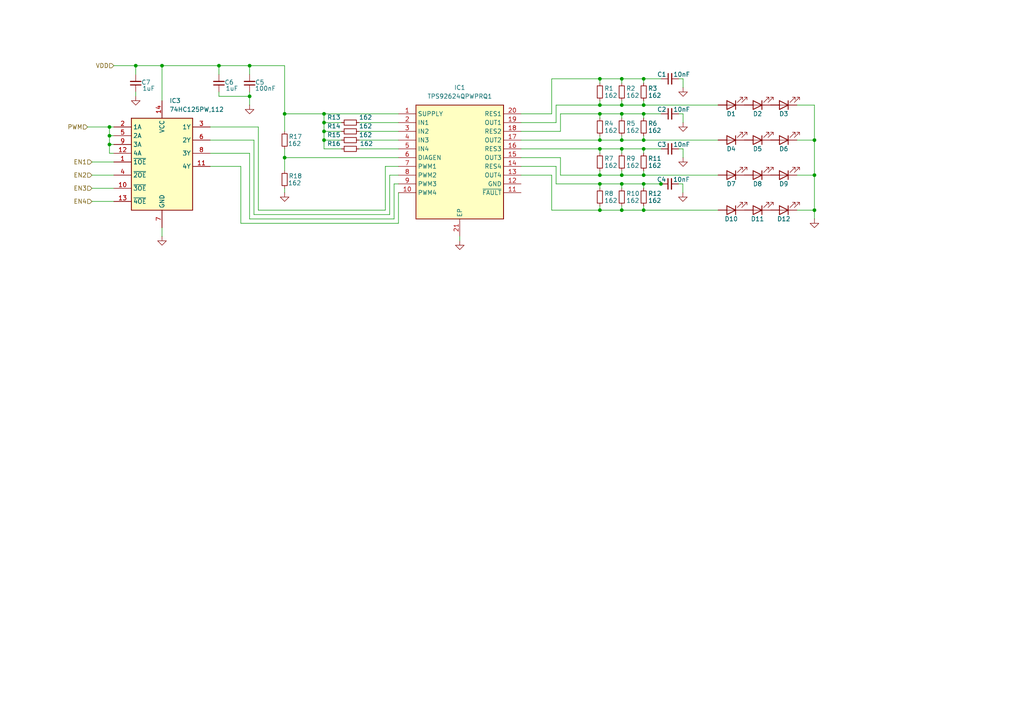
<source format=kicad_sch>
(kicad_sch (version 20250114) (generator "eeschema") (generator_version "9.0")
  (paper "A4")
  (lib_symbols
    (symbol "74HC125PW,112_1"
      (property "Reference" "IC" (at 24.13 7.62 0))
      (property "Value" "74HC125PW,112" (at 24.13 5.08 0))
      (symbol "74HC125PW,112_1_1_1"
        (rectangle (start 5.08 2.54) (end 22.86 -24.13) (stroke (width 0.254)) (fill (type background)))
        (pin passive line (at 0 0 0) (length 5.08) (name "1A") (number "2"))
        (pin passive line (at 0 -2.54 0) (length 5.08) (name "2A") (number "5"))
        (pin passive line (at 0 -5.08 0) (length 5.08) (name "3A") (number "9"))
        (pin passive line (at 0 -7.62 0) (length 5.08) (name "4A") (number "12"))
        (pin passive line (at 0 -10.16 0) (length 5.08) (name "~{1OE}") (number "1"))
        (pin passive line (at 0 -13.97 0) (length 5.08) (name "~{2OE}") (number "4"))
        (pin passive line (at 0 -17.78 0) (length 5.08) (name "~{3OE}") (number "10"))
        (pin passive line (at 0 -21.59 0) (length 5.08) (name "~{4OE}") (number "13"))
        (pin passive line (at 13.97 7.62 270) (length 5.08) (name "VCC") (number "14"))
        (pin passive line (at 13.97 -29.21 90) (length 5.08) (name "GND") (number "7"))
        (pin passive line (at 27.94 0 180) (length 5.08) (name "1Y") (number "3"))
        (pin passive line (at 27.94 -3.81 180) (length 5.08) (name "2Y") (number "6"))
        (pin passive line (at 27.94 -7.62 180) (length 5.08) (name "3Y") (number "8"))
        (pin passive line (at 27.94 -11.43 180) (length 5.08) (name "4Y") (number "11"))
      )
    )
    (symbol "Device:C_Small" (pin_numbers (hide yes)) (pin_names (offset 0.254) (hide yes))
      (property "Reference" "C" (at 0.254 1.778 0))
      (property "Value" "C_Small" (at 0.254 -2.032 0))
      (symbol "C_Small_0_1"
        (polyline (pts (xy -1.524 0.508) (xy 1.524 0.508)) (stroke (width 0.3048)))
        (polyline (pts (xy -1.524 -0.508) (xy 1.524 -0.508)) (stroke (width 0.3302)))
      )
      (symbol "C_Small_1_1"
        (pin passive line (at 0 2.54 270) (length 2.032) (name "~") (number "1"))
        (pin passive line (at 0 -2.54 90) (length 2.032) (name "~") (number "2"))
      )
    )
    (symbol "Device:R_Small" (pin_numbers (hide yes)) (pin_names (offset 0.254) (hide yes))
      (property "Reference" "R" (at 0 0 90))
      (property "Value" "R_Small" (at 1.778 0 90))
      (symbol "R_Small_0_1"
        (rectangle (start -0.762 1.778) (end 0.762 -1.778) (stroke (width 0.2032)))
      )
      (symbol "R_Small_1_1"
        (pin passive line (at 0 2.54 270) (length 0.762) (name "~") (number "1"))
        (pin passive line (at 0 -2.54 90) (length 0.762) (name "~") (number "2"))
      )
    )
    (symbol "Library:LED" (pin_numbers (hide yes)) (pin_names (offset 1.016) (hide yes))
      (property "Reference" "D1" (at -1.5875 6.35 0))
      (property "Value" "LED" (at -1.5875 3.81 0))
      (symbol "LED_0_1"
        (polyline (pts (xy -3.048 -0.762) (xy -4.572 -2.286) (xy -3.81 -2.286) (xy -4.572 -2.286) (xy -4.572 -1.524)))
        (polyline (pts (xy -1.778 -0.762) (xy -3.302 -2.286) (xy -2.54 -2.286) (xy -3.302 -2.286) (xy -3.302 -1.524)))
        (polyline (pts (xy -1.27 0) (xy 1.27 0)))
        (polyline (pts (xy -1.27 -1.27) (xy -1.27 1.27)) (stroke (width 0.254)))
        (polyline (pts (xy 1.27 -1.27) (xy 1.27 1.27) (xy -1.27 0) (xy 1.27 -1.27)) (stroke (width 0.254)))
      )
      (symbol "LED_1_1"
        (pin passive line (at -3.81 0 0) (length 2.54) (name "K") (number "1"))
        (pin passive line (at 3.81 0 180) (length 2.54) (name "A") (number "2"))
        (pin passive line (at 3.81 0 180) (length 2.54) (name "A") (number "5"))
      )
    )
    (symbol "Library:TPS92624QPWPRQ1"
      (property "Reference" "IC" (at 31.75 7.62 0))
      (property "Value" "TPS92624QPWPRQ1" (at 31.75 5.08 0))
      (symbol "TPS92624QPWPRQ1_1_1"
        (rectangle (start 5.08 2.54) (end 30.48 -30.48) (stroke (width 0.254)) (fill (type background)))
        (pin passive line (at 0 0 0) (length 5.08) (name "SUPPLY") (number "1"))
        (pin passive line (at 0 -2.54 0) (length 5.08) (name "IN1") (number "2"))
        (pin passive line (at 0 -5.08 0) (length 5.08) (name "IN2") (number "3"))
        (pin passive line (at 0 -7.62 0) (length 5.08) (name "IN3") (number "4"))
        (pin passive line (at 0 -10.16 0) (length 5.08) (name "IN4") (number "5"))
        (pin passive line (at 0 -12.7 0) (length 5.08) (name "DIAGEN") (number "6"))
        (pin passive line (at 0 -15.24 0) (length 5.08) (name "PWM1") (number "7"))
        (pin passive line (at 0 -17.78 0) (length 5.08) (name "PWM2") (number "8"))
        (pin passive line (at 0 -20.32 0) (length 5.08) (name "PWM3") (number "9"))
        (pin passive line (at 0 -22.86 0) (length 5.08) (name "PWM4") (number "10"))
        (pin passive line (at 17.78 -35.56 90) (length 5.08) (name "EP") (number "21"))
        (pin passive line (at 35.56 0 180) (length 5.08) (name "RES1") (number "20"))
        (pin passive line (at 35.56 -2.54 180) (length 5.08) (name "OUT1") (number "19"))
        (pin passive line (at 35.56 -5.08 180) (length 5.08) (name "RES2") (number "18"))
        (pin passive line (at 35.56 -7.62 180) (length 5.08) (name "OUT2") (number "17"))
        (pin passive line (at 35.56 -10.16 180) (length 5.08) (name "RES3") (number "16"))
        (pin passive line (at 35.56 -12.7 180) (length 5.08) (name "OUT3") (number "15"))
        (pin passive line (at 35.56 -15.24 180) (length 5.08) (name "RES4") (number "14"))
        (pin passive line (at 35.56 -17.78 180) (length 5.08) (name "OUT4") (number "13"))
        (pin passive line (at 35.56 -20.32 180) (length 5.08) (name "GND") (number "12"))
        (pin passive line (at 35.56 -22.86 180) (length 5.08) (name "~{FAULT}") (number "11"))
      )
    )
    (symbol "power:GND" (power) (pin_numbers (hide yes)) (pin_names (offset 0) (hide yes))
      (property "Value" "GND" (at 0 -3.81 0))
      (symbol "GND_0_1"
        (polyline (pts (xy 0 0) (xy 0 -1.27) (xy 1.27 -1.27) (xy 0 -2.54) (xy -1.27 -1.27) (xy 0 -1.27)))
      )
      (symbol "GND_1_1"
        (pin power_in line (at 0 0 270) (length 0) (name "~") (number "1"))
      )
    )
  )
  (junction (at 82.55 33.02))
  (junction (at 180.34 60.96))
  (junction (at 31.75 41.91))
  (junction (at 173.99 33.02))
  (junction (at 93.98 38.1))
  (junction (at 186.69 22.86))
  (junction (at 82.55 45.72))
  (junction (at 93.98 33.02))
  (junction (at 31.75 36.83))
  (junction (at 186.69 30.48))
  (junction (at 186.69 50.8))
  (junction (at 180.34 50.8))
  (junction (at 173.99 53.34))
  (junction (at 236.22 40.64))
  (junction (at 180.34 30.48))
  (junction (at 186.69 53.34))
  (junction (at 173.99 40.64))
  (junction (at 72.39 27.94))
  (junction (at 173.99 43.18))
  (junction (at 236.22 50.8))
  (junction (at 180.34 43.18))
  (junction (at 180.34 40.64))
  (junction (at 186.69 40.64))
  (junction (at 236.22 60.96))
  (junction (at 191.7074 53.34))
  (junction (at 186.69 33.02))
  (junction (at 186.69 60.96))
  (junction (at 173.99 50.8))
  (junction (at 186.69 43.18))
  (junction (at 63.5 19.05))
  (junction (at 93.98 35.56))
  (junction (at 173.99 60.96))
  (junction (at 173.99 22.86))
  (junction (at 31.75 39.37))
  (junction (at 93.98 40.64))
  (junction (at 46.99 19.05))
  (junction (at 180.34 22.86))
  (junction (at 180.34 33.02))
  (junction (at 72.39 19.05))
  (junction (at 180.34 53.34))
  (junction (at 173.99 30.48))
  (junction (at 39.37 19.05))
  (wire (pts (xy 186.69 30.48) (xy 208.28 30.48)))
  (wire (pts (xy 31.75 36.83) (xy 33.02 36.83)))
  (wire (pts (xy 180.34 33.02) (xy 186.69 33.02)))
  (wire (pts (xy 186.69 60.96) (xy 208.28 60.96)))
  (wire (pts (xy 173.99 33.02) (xy 180.34 33.02)))
  (wire (pts (xy 160.02 60.96) (xy 173.99 60.96)))
  (wire (pts (xy 191.7074 53.34) (xy 191.77 53.34)))
  (wire (pts (xy 60.96 36.83) (xy 74.93 36.83)))
  (wire (pts (xy 72.39 63.5) (xy 72.39 44.45)))
  (wire (pts (xy 186.69 33.02) (xy 191.77 33.02)))
  (wire (pts (xy 39.37 26.67) (xy 39.37 27.94)))
  (wire (pts (xy 31.75 39.37) (xy 33.02 39.37)))
  (wire (pts (xy 173.99 30.48) (xy 173.99 29.21)))
  (wire (pts (xy 198.12 35.56) (xy 198.12 33.02)))
  (wire (pts (xy 72.39 27.94) (xy 72.39 30.48)))
  (wire (pts (xy 115.57 53.34) (xy 114.3 53.34)))
  (wire (pts (xy 26.67 46.99) (xy 33.02 46.99)))
  (wire (pts (xy 82.55 49.53) (xy 82.55 45.72)))
  (wire (pts (xy 111.76 60.96) (xy 111.76 48.26)))
  (wire (pts (xy 173.99 50.8) (xy 180.34 50.8)))
  (wire (pts (xy 104.14 35.56) (xy 115.57 35.56)))
  (wire (pts (xy 180.34 53.34) (xy 186.69 53.34)))
  (wire (pts (xy 63.5 27.94) (xy 72.39 27.94)))
  (wire (pts (xy 93.98 33.02) (xy 115.57 33.02)))
  (wire (pts (xy 93.98 38.1) (xy 93.98 40.64)))
  (wire (pts (xy 104.14 40.64) (xy 115.57 40.64)))
  (wire (pts (xy 31.75 44.45) (xy 31.75 41.91)))
  (wire (pts (xy 160.02 50.8) (xy 160.02 60.96)))
  (wire (pts (xy 162.56 33.02) (xy 173.99 33.02)))
  (wire (pts (xy 186.69 53.34) (xy 191.7074 53.34)))
  (wire (pts (xy 173.99 60.96) (xy 173.99 59.69)))
  (wire (pts (xy 161.29 48.26) (xy 161.29 53.34)))
  (wire (pts (xy 186.69 50.8) (xy 186.69 49.53)))
  (wire (pts (xy 231.14 50.8) (xy 236.22 50.8)))
  (wire (pts (xy 46.99 66.04) (xy 46.99 68.58)))
  (wire (pts (xy 173.99 33.02) (xy 173.99 34.29)))
  (wire (pts (xy 198.12 45.72) (xy 198.12 43.18)))
  (wire (pts (xy 151.13 45.72) (xy 162.56 45.72)))
  (wire (pts (xy 231.14 40.64) (xy 236.22 40.64)))
  (wire (pts (xy 82.55 45.72) (xy 82.55 43.18)))
  (wire (pts (xy 114.3 53.34) (xy 114.3 63.5)))
  (wire (pts (xy 198.12 33.02) (xy 196.85 33.02)))
  (wire (pts (xy 173.99 30.48) (xy 180.34 30.48)))
  (wire (pts (xy 151.13 50.8) (xy 160.02 50.8)))
  (wire (pts (xy 72.39 27.94) (xy 72.39 26.67)))
  (wire (pts (xy 31.75 39.37) (xy 31.75 36.83)))
  (wire (pts (xy 186.69 40.64) (xy 208.28 40.64)))
  (wire (pts (xy 39.37 19.05) (xy 46.99 19.05)))
  (wire (pts (xy 180.34 50.8) (xy 186.69 50.8)))
  (wire (pts (xy 104.14 38.1) (xy 115.57 38.1)))
  (wire (pts (xy 151.13 33.02) (xy 160.02 33.02)))
  (wire (pts (xy 133.35 68.58) (xy 133.35 69.85)))
  (wire (pts (xy 180.34 50.8) (xy 180.34 49.53)))
  (wire (pts (xy 173.99 43.18) (xy 173.99 44.45)))
  (wire (pts (xy 180.34 33.02) (xy 180.34 34.29)))
  (wire (pts (xy 99.06 40.64) (xy 93.98 40.64)))
  (wire (pts (xy 82.55 38.1) (xy 82.55 33.02)))
  (wire (pts (xy 60.96 48.26) (xy 69.85 48.26)))
  (wire (pts (xy 186.69 30.48) (xy 186.69 29.21)))
  (wire (pts (xy 173.99 43.18) (xy 180.34 43.18)))
  (wire (pts (xy 160.02 33.02) (xy 160.02 22.86)))
  (wire (pts (xy 31.75 41.91) (xy 31.75 39.37)))
  (wire (pts (xy 161.29 53.34) (xy 173.99 53.34)))
  (wire (pts (xy 236.22 60.96) (xy 231.14 60.96)))
  (wire (pts (xy 236.22 50.8) (xy 236.22 60.96)))
  (wire (pts (xy 180.34 60.96) (xy 180.34 59.69)))
  (wire (pts (xy 82.55 45.72) (xy 115.57 45.72)))
  (wire (pts (xy 186.69 40.64) (xy 186.69 39.37)))
  (wire (pts (xy 162.56 38.1) (xy 162.56 33.02)))
  (wire (pts (xy 39.37 19.05) (xy 39.37 21.59)))
  (wire (pts (xy 25.4 36.83) (xy 31.75 36.83)))
  (wire (pts (xy 151.13 43.18) (xy 173.99 43.18)))
  (wire (pts (xy 72.39 21.59) (xy 72.39 19.05)))
  (wire (pts (xy 186.69 43.18) (xy 186.69 44.45)))
  (wire (pts (xy 180.34 53.34) (xy 180.34 54.61)))
  (wire (pts (xy 82.55 19.05) (xy 82.55 33.02)))
  (wire (pts (xy 173.99 22.86) (xy 180.34 22.86)))
  (wire (pts (xy 186.69 50.8) (xy 208.28 50.8)))
  (wire (pts (xy 151.13 35.56) (xy 161.29 35.56)))
  (wire (pts (xy 151.13 38.1) (xy 162.56 38.1)))
  (wire (pts (xy 72.39 44.45) (xy 60.96 44.45)))
  (wire (pts (xy 99.06 43.18) (xy 93.98 43.18)))
  (wire (pts (xy 26.67 58.42) (xy 33.02 58.42)))
  (wire (pts (xy 82.55 33.02) (xy 93.98 33.02)))
  (wire (pts (xy 151.13 40.64) (xy 173.99 40.64)))
  (wire (pts (xy 198.12 43.18) (xy 196.85 43.18)))
  (wire (pts (xy 236.22 30.48) (xy 236.22 40.64)))
  (wire (pts (xy 161.29 35.56) (xy 161.29 30.48)))
  (wire (pts (xy 26.67 54.61) (xy 33.02 54.61)))
  (wire (pts (xy 114.3 63.5) (xy 72.39 63.5)))
  (wire (pts (xy 69.85 64.77) (xy 115.57 64.77)))
  (wire (pts (xy 198.0574 55.88) (xy 198.0574 53.34)))
  (wire (pts (xy 63.5 19.05) (xy 63.5 21.59)))
  (wire (pts (xy 236.22 60.96) (xy 236.22 63.5)))
  (wire (pts (xy 180.34 40.64) (xy 186.69 40.64)))
  (wire (pts (xy 63.5 19.05) (xy 72.39 19.05)))
  (wire (pts (xy 236.22 40.64) (xy 236.22 50.8)))
  (wire (pts (xy 180.34 22.86) (xy 186.69 22.86)))
  (wire (pts (xy 173.99 53.34) (xy 180.34 53.34)))
  (wire (pts (xy 186.69 60.96) (xy 186.69 59.69)))
  (wire (pts (xy 63.5 27.94) (xy 63.5 26.67)))
  (wire (pts (xy 231.14 30.48) (xy 236.22 30.48)))
  (wire (pts (xy 186.69 33.02) (xy 186.69 34.29)))
  (wire (pts (xy 113.03 62.23) (xy 113.03 50.8)))
  (wire (pts (xy 111.76 48.26) (xy 115.57 48.26)))
  (wire (pts (xy 93.98 35.56) (xy 93.98 38.1)))
  (wire (pts (xy 198.12 25.4) (xy 198.12 22.86)))
  (wire (pts (xy 60.96 40.64) (xy 73.66 40.64)))
  (wire (pts (xy 161.29 30.48) (xy 173.99 30.48)))
  (wire (pts (xy 115.57 64.77) (xy 115.57 55.88)))
  (wire (pts (xy 173.99 50.8) (xy 173.99 49.53)))
  (wire (pts (xy 99.06 38.1) (xy 93.98 38.1)))
  (wire (pts (xy 82.55 54.61) (xy 82.55 55.88)))
  (wire (pts (xy 180.34 43.18) (xy 180.34 44.45)))
  (wire (pts (xy 173.99 40.64) (xy 180.34 40.64)))
  (wire (pts (xy 173.99 40.64) (xy 173.99 39.37)))
  (wire (pts (xy 113.03 50.8) (xy 115.57 50.8)))
  (wire (pts (xy 93.98 35.56) (xy 93.98 33.02)))
  (wire (pts (xy 151.13 48.26) (xy 161.29 48.26)))
  (wire (pts (xy 186.69 53.34) (xy 186.69 54.61)))
  (wire (pts (xy 198.0574 53.34) (xy 196.7874 53.34)))
  (wire (pts (xy 26.67 50.8) (xy 33.02 50.8)))
  (wire (pts (xy 31.75 41.91) (xy 33.02 41.91)))
  (wire (pts (xy 72.39 19.05) (xy 82.55 19.05)))
  (wire (pts (xy 162.56 45.72) (xy 162.56 50.8)))
  (wire (pts (xy 198.12 22.86) (xy 196.85 22.86)))
  (wire (pts (xy 180.34 30.48) (xy 180.34 29.21)))
  (wire (pts (xy 180.34 60.96) (xy 186.69 60.96)))
  (wire (pts (xy 160.02 22.86) (xy 173.99 22.86)))
  (wire (pts (xy 186.69 22.86) (xy 191.77 22.86)))
  (wire (pts (xy 74.93 60.96) (xy 111.76 60.96)))
  (wire (pts (xy 162.56 50.8) (xy 173.99 50.8)))
  (wire (pts (xy 73.66 40.64) (xy 73.66 62.23)))
  (wire (pts (xy 104.14 43.18) (xy 115.57 43.18)))
  (wire (pts (xy 93.98 35.56) (xy 99.06 35.56)))
  (wire (pts (xy 180.34 40.64) (xy 180.34 39.37)))
  (wire (pts (xy 186.69 43.18) (xy 191.77 43.18)))
  (wire (pts (xy 173.99 60.96) (xy 180.34 60.96)))
  (wire (pts (xy 180.34 30.48) (xy 186.69 30.48)))
  (wire (pts (xy 186.69 22.86) (xy 186.69 24.13)))
  (wire (pts (xy 33.02 19.05) (xy 39.37 19.05)))
  (wire (pts (xy 93.98 40.64) (xy 93.98 43.18)))
  (wire (pts (xy 33.02 44.45) (xy 31.75 44.45)))
  (wire (pts (xy 73.66 62.23) (xy 113.03 62.23)))
  (wire (pts (xy 46.99 19.05) (xy 63.5 19.05)))
  (wire (pts (xy 180.34 22.86) (xy 180.34 24.13)))
  (wire (pts (xy 69.85 48.26) (xy 69.85 64.77)))
  (wire (pts (xy 173.99 53.34) (xy 173.99 54.61)))
  (wire (pts (xy 74.93 36.83) (xy 74.93 60.96)))
  (wire (pts (xy 46.99 29.21) (xy 46.99 19.05)))
  (wire (pts (xy 180.34 43.18) (xy 186.69 43.18)))
  (wire (pts (xy 173.99 22.86) (xy 173.99 24.13)))
  (hierarchical_label "PWM" (shape input) (at 25.4 36.83 180))
  (hierarchical_label "EN3" (shape input) (at 26.67 54.61 180))
  (hierarchical_label "EN2" (shape input) (at 26.67 50.8 180))
  (hierarchical_label "EN4" (shape input) (at 26.67 58.42 180))
  (hierarchical_label "VDD" (shape input) (at 33.02 19.05 180))
  (hierarchical_label "EN1" (shape input) (at 26.67 46.99 180))
  (symbol (lib_id "Device:R_Small") (at 186.69 46.99 0) (unit 1)
    (property "Reference" "R11" (at 187.96 45.974 0) (effects (justify left)))
    (property "Value" "162" (at 187.96 48.006 0) (effects (justify left)))
    (property "Description" "Resistor, small symbol" (effects (hide yes)))
  )
  (symbol (lib_id "Device:C_Small") (at 39.37 24.13 180) (unit 1)
    (property "Reference" "C7" (at 43.688 23.876 0) (effects (justify left)))
    (property "Value" "1uF" (at 44.958 25.654 0) (effects (justify left)))
    (property "Description" "Unpolarized capacitor, small symbol" (effects (hide yes)))
  )
  (symbol (lib_id "Device:R_Small") (at 173.99 46.99 0) (unit 1)
    (property "Reference" "R7" (at 175.26 45.974 0) (effects (justify left)))
    (property "Value" "162" (at 175.26 48.006 0) (effects (justify left)))
    (property "Description" "Resistor, small symbol" (effects (hide yes)))
  )
  (symbol (lib_id "Library:LED") (at 227.33 60.96 180) (unit 1)
    (property "Reference" "D12" (at 227.33 63.5 0))
    (property "Value" "LED" (effects (hide yes)))
    (property "Footprint" "Library:STW9Q14CT0U0HA" (effects (hide yes)))
    (property "Description" "Light emitting diode" (effects (hide yes)))
    (property "Sim.Pins" "1=K 2=A" (effects (hide yes)))
  )
  (symbol (lib_id "Device:R_Small") (at 180.34 46.99 0) (unit 1)
    (property "Reference" "R9" (at 181.61 45.974 0) (effects (justify left)))
    (property "Value" "162" (at 181.61 48.006 0) (effects (justify left)))
    (property "Description" "Resistor, small symbol" (effects (hide yes)))
  )
  (symbol (lib_id "Device:R_Small") (at 101.6 40.64 90) (unit 1)
    (property "Reference" "R15" (at 98.806 39.116 90) (effects (justify left)))
    (property "Value" "162" (at 107.95 39.116 90) (effects (justify left)))
    (property "Description" "Resistor, small symbol" (effects (hide yes)))
  )
  (symbol (lib_id "Library:LED") (at 212.09 30.48 180) (unit 1)
    (property "Reference" "D1" (at 212.09 33.02 0))
    (property "Value" "LED" (effects (hide yes)))
    (property "Footprint" "Library:STW9Q14CT0U0HA" (effects (hide yes)))
    (property "Description" "Light emitting diode" (effects (hide yes)))
    (property "Sim.Pins" "1=K 2=A" (effects (hide yes)))
  )
  (symbol (lib_id "power:GND") (at 198.12 25.4 0) (unit 1)
    (property "Reference" "#PWR04" (effects (hide yes)))
    (property "Value" "GND" (effects (hide yes)))
    (property "Description" "Power symbol creates a global label with name \"GND\" , ground" (effects (hide yes)))
  )
  (symbol (lib_id "Device:R_Small") (at 173.99 57.15 0) (unit 1)
    (property "Reference" "R8" (at 175.26 56.134 0) (effects (justify left)))
    (property "Value" "162" (at 175.26 58.166 0) (effects (justify left)))
    (property "Description" "Resistor, small symbol" (effects (hide yes)))
  )
  (symbol (lib_id "Device:C_Small") (at 194.31 43.18 90) (unit 1)
    (property "Reference" "C3" (at 193.294 41.91 90) (effects (justify left)))
    (property "Value" "10nF" (at 200.152 41.91 90) (effects (justify left)))
    (property "Description" "Unpolarized capacitor, small symbol" (effects (hide yes)))
  )
  (symbol (lib_id "power:GND") (at 198.12 45.72 0) (unit 1)
    (property "Reference" "#PWR06" (effects (hide yes)))
    (property "Value" "GND" (effects (hide yes)))
    (property "Description" "Power symbol creates a global label with name \"GND\" , ground" (effects (hide yes)))
  )
  (symbol (lib_id "Library:LED") (at 227.33 40.64 180) (unit 1)
    (property "Reference" "D6" (at 227.33 43.18 0))
    (property "Value" "LED" (effects (hide yes)))
    (property "Footprint" "Library:STW9Q14CT0U0HA" (effects (hide yes)))
    (property "Description" "Light emitting diode" (effects (hide yes)))
    (property "Sim.Pins" "1=K 2=A" (effects (hide yes)))
  )
  (symbol (lib_id "Device:R_Small") (at 180.34 57.15 0) (unit 1)
    (property "Reference" "R10" (at 181.61 56.134 0) (effects (justify left)))
    (property "Value" "162" (at 181.61 58.166 0) (effects (justify left)))
    (property "Description" "Resistor, small symbol" (effects (hide yes)))
  )
  (symbol (lib_id "Device:R_Small") (at 101.6 43.18 90) (unit 1)
    (property "Reference" "R16" (at 98.806 41.656 90) (effects (justify left)))
    (property "Value" "162" (at 108.204 41.656 90) (effects (justify left)))
    (property "Description" "Resistor, small symbol" (effects (hide yes)))
  )
  (symbol (lib_id "Device:C_Small") (at 72.39 24.13 180) (unit 1)
    (property "Reference" "C5" (at 76.708 23.876 0) (effects (justify left)))
    (property "Value" "100nF" (at 80.01 25.654 0) (effects (justify left)))
    (property "Description" "Unpolarized capacitor, small symbol" (effects (hide yes)))
  )
  (symbol (lib_id "Library:LED") (at 212.09 60.96 180) (unit 1)
    (property "Reference" "D10" (at 212.09 63.5 0))
    (property "Value" "LED" (effects (hide yes)))
    (property "Footprint" "Library:STW9Q14CT0U0HA" (effects (hide yes)))
    (property "Description" "Light emitting diode" (effects (hide yes)))
    (property "Sim.Pins" "1=K 2=A" (effects (hide yes)))
  )
  (symbol (lib_id "Device:C_Small") (at 194.31 22.86 90) (unit 1)
    (property "Reference" "C1" (at 193.294 21.59 90) (effects (justify left)))
    (property "Value" "10nF" (at 200.152 21.59 90) (effects (justify left)))
    (property "Description" "Unpolarized capacitor, small symbol" (effects (hide yes)))
  )
  (symbol (lib_id "Library:LED") (at 219.71 50.8 180) (unit 1)
    (property "Reference" "D8" (at 219.71 53.34 0))
    (property "Value" "LED" (effects (hide yes)))
    (property "Footprint" "Library:STW9Q14CT0U0HA" (effects (hide yes)))
    (property "Description" "Light emitting diode" (effects (hide yes)))
    (property "Sim.Pins" "1=K 2=A" (effects (hide yes)))
  )
  (symbol (lib_id "Library:LED") (at 212.09 50.8 180) (unit 1)
    (property "Reference" "D7" (at 212.09 53.34 0))
    (property "Value" "LED" (effects (hide yes)))
    (property "Footprint" "Library:STW9Q14CT0U0HA" (effects (hide yes)))
    (property "Description" "Light emitting diode" (effects (hide yes)))
    (property "Sim.Pins" "1=K 2=A" (effects (hide yes)))
  )
  (symbol (lib_id "Device:R_Small") (at 180.34 26.67 0) (unit 1)
    (property "Reference" "R2" (at 181.61 25.654 0) (effects (justify left)))
    (property "Value" "162" (at 181.61 27.686 0) (effects (justify left)))
    (property "Description" "Resistor, small symbol" (effects (hide yes)))
  )
  (symbol (lib_id "power:GND") (at 46.99 68.58 0) (unit 1)
    (property "Reference" "#PWR01" (effects (hide yes)))
    (property "Value" "GND" (effects (hide yes)))
    (property "Description" "Power symbol creates a global label with name \"GND\" , ground" (effects (hide yes)))
  )
  (symbol (lib_id "Device:C_Small") (at 194.2474 53.34 90) (unit 1)
    (property "Reference" "C4" (at 193.2314 52.07 90) (effects (justify left)))
    (property "Value" "10nF" (at 200.0894 52.07 90) (effects (justify left)))
    (property "Description" "Unpolarized capacitor, small symbol" (effects (hide yes)))
  )
  (symbol (lib_id "Device:R_Small") (at 186.69 36.83 0) (unit 1)
    (property "Reference" "R6" (at 187.96 35.814 0) (effects (justify left)))
    (property "Value" "162" (at 187.96 37.846 0) (effects (justify left)))
    (property "Description" "Resistor, small symbol" (effects (hide yes)))
  )
  (symbol (lib_id "Library:LED") (at 219.71 40.64 180) (unit 1)
    (property "Reference" "D5" (at 219.71 43.18 0))
    (property "Value" "LED" (effects (hide yes)))
    (property "Footprint" "Library:STW9Q14CT0U0HA" (effects (hide yes)))
    (property "Description" "Light emitting diode" (effects (hide yes)))
    (property "Sim.Pins" "1=K 2=A" (effects (hide yes)))
  )
  (symbol (lib_id "Device:R_Small") (at 186.69 57.15 0) (unit 1)
    (property "Reference" "R12" (at 187.96 56.134 0) (effects (justify left)))
    (property "Value" "162" (at 187.96 58.166 0) (effects (justify left)))
    (property "Description" "Resistor, small symbol" (effects (hide yes)))
  )
  (symbol (lib_id "Device:R_Small") (at 173.99 36.83 0) (unit 1)
    (property "Reference" "R4" (at 175.26 35.814 0) (effects (justify left)))
    (property "Value" "162" (at 175.26 37.846 0) (effects (justify left)))
    (property "Description" "Resistor, small symbol" (effects (hide yes)))
  )
  (symbol (lib_id "power:GND") (at 198.0574 55.88 0) (unit 1)
    (property "Reference" "#PWR07" (effects (hide yes)))
    (property "Value" "GND" (effects (hide yes)))
    (property "Description" "Power symbol creates a global label with name \"GND\" , ground" (effects (hide yes)))
  )
  (symbol (lib_id "power:GND") (at 133.35 69.85 0) (unit 1)
    (property "Reference" "#PWR03" (effects (hide yes)))
    (property "Value" "GND" (effects (hide yes)))
    (property "Description" "Power symbol creates a global label with name \"GND\" , ground" (effects (hide yes)))
  )
  (symbol (lib_id "power:GND") (at 82.55 55.88 0) (unit 1)
    (property "Reference" "#PWR02" (effects (hide yes)))
    (property "Value" "GND" (effects (hide yes)))
    (property "Description" "Power symbol creates a global label with name \"GND\" , ground" (effects (hide yes)))
  )
  (symbol (lib_id "Device:R_Small") (at 82.55 52.07 180) (unit 1)
    (property "Reference" "R18" (at 87.63 51.054 0) (effects (justify left)))
    (property "Value" "162" (at 87.376 53.086 0) (effects (justify left)))
    (property "Description" "Resistor, small symbol" (effects (hide yes)))
  )
  (symbol (lib_id "Library:LED") (at 219.71 60.96 180) (unit 1)
    (property "Reference" "D11" (at 219.71 63.5 0))
    (property "Value" "LED" (effects (hide yes)))
    (property "Footprint" "Library:STW9Q14CT0U0HA" (effects (hide yes)))
    (property "Description" "Light emitting diode" (effects (hide yes)))
    (property "Sim.Pins" "1=K 2=A" (effects (hide yes)))
  )
  (symbol (lib_id "power:GND") (at 72.39 30.48 0) (unit 1)
    (property "Reference" "#PWR09" (effects (hide yes)))
    (property "Value" "GND" (effects (hide yes)))
    (property "Description" "Power symbol creates a global label with name \"GND\" , ground" (effects (hide yes)))
  )
  (symbol (lib_id "Library:LED") (at 212.09 40.64 180) (unit 1)
    (property "Reference" "D4" (at 212.09 43.18 0))
    (property "Value" "LED" (effects (hide yes)))
    (property "Footprint" "Library:STW9Q14CT0U0HA" (effects (hide yes)))
    (property "Description" "Light emitting diode" (effects (hide yes)))
    (property "Sim.Pins" "1=K 2=A" (effects (hide yes)))
  )
  (symbol (lib_id "Library:LED") (at 227.33 30.48 180) (unit 1)
    (property "Reference" "D3" (at 227.33 33.02 0))
    (property "Value" "LED" (effects (hide yes)))
    (property "Footprint" "Library:STW9Q14CT0U0HA" (effects (hide yes)))
    (property "Description" "Light emitting diode" (effects (hide yes)))
    (property "Sim.Pins" "1=K 2=A" (effects (hide yes)))
  )
  (symbol (lib_id "Library:LED") (at 219.71 30.48 180) (unit 1)
    (property "Reference" "D2" (at 219.71 33.02 0))
    (property "Value" "LED" (effects (hide yes)))
    (property "Footprint" "Library:STW9Q14CT0U0HA" (effects (hide yes)))
    (property "Description" "Light emitting diode" (effects (hide yes)))
    (property "Sim.Pins" "1=K 2=A" (effects (hide yes)))
  )
  (symbol (lib_id "Device:R_Small") (at 173.99 26.67 0) (unit 1)
    (property "Reference" "R1" (at 175.26 25.654 0) (effects (justify left)))
    (property "Value" "162" (at 175.26 27.686 0) (effects (justify left)))
    (property "Description" "Resistor, small symbol" (effects (hide yes)))
  )
  (symbol (lib_id "power:GND") (at 39.37 27.94 0) (unit 1)
    (property "Reference" "#PWR010" (effects (hide yes)))
    (property "Value" "GND" (effects (hide yes)))
    (property "Description" "Power symbol creates a global label with name \"GND\" , ground" (effects (hide yes)))
  )
  (symbol (lib_id "power:GND") (at 236.22 63.5 0) (unit 1)
    (property "Reference" "#PWR08" (effects (hide yes)))
    (property "Value" "GND" (effects (hide yes)))
    (property "Description" "Power symbol creates a global label with name \"GND\" , ground" (effects (hide yes)))
  )
  (symbol (lib_id "power:GND") (at 198.12 35.56 0) (unit 1)
    (property "Reference" "#PWR05" (effects (hide yes)))
    (property "Value" "GND" (effects (hide yes)))
    (property "Description" "Power symbol creates a global label with name \"GND\" , ground" (effects (hide yes)))
  )
  (symbol (lib_id "Device:R_Small") (at 186.69 26.67 0) (unit 1)
    (property "Reference" "R3" (at 187.96 25.654 0) (effects (justify left)))
    (property "Value" "162" (at 187.96 27.686 0) (effects (justify left)))
    (property "Description" "Resistor, small symbol" (effects (hide yes)))
  )
  (symbol (lib_id "Library:LED") (at 227.33 50.8 180) (unit 1)
    (property "Reference" "D9" (at 227.33 53.34 0))
    (property "Value" "LED" (effects (hide yes)))
    (property "Footprint" "Library:STW9Q14CT0U0HA" (effects (hide yes)))
    (property "Description" "Light emitting diode" (effects (hide yes)))
    (property "Sim.Pins" "1=K 2=A" (effects (hide yes)))
  )
  (symbol (lib_id "Library:TPS92624QPWPRQ1") (at 115.57 33.02 0) (unit 1)
    (property "Reference" "IC1" (at 133.35 25.4 0))
    (property "Value" "TPS92624QPWPRQ1" (at 133.35 27.94 0))
    (property "Footprint" "Library:SOP65P640X120-21N" (effects (hide yes)))
    (property "Datasheet" "https://www.ti.com/lit/ds/symlink/tps92624-q1.pdf?ts=1694767333380&ref_url=https%253A%252F%252Fwww.ti.com%252Fproduct%252FTPS92624-Q1%252Fpart-details%252FTPS92624QPWPRQ1%253Futm_source%253Dgoogle%2526utm_medium%253Dcpc%2526utm_campaign%253Docb-tistore-pr" (effects (hide yes)))
    (property "Description" "TPS92624-Q1 Four-Channel, Automotive High Side LED Driver with Thermal Sharing Control" (effects (hide yes)))
    (property "Height" "1.2" (effects (hide yes)))
    (property "Manufacturer_Name" "Texas Instruments" (effects (hide yes)))
    (property "Manufacturer_Part_Number" "TPS92624QPWPRQ1" (effects (hide yes)))
    (property "Mouser Part Number" "595-TPS92624QPWPRQ1" (effects (hide yes)))
    (property "Mouser Price/Stock" "https://www.mouser.co.uk/ProductDetail/Texas-Instruments/TPS92624QPWPRQ1?qs=t7xnP681wgUaZydy8rdCYA%3D%3D" (effects (hide yes)))
    (property "Arrow Part Number" "TPS92624QPWPRQ1" (effects (hide yes)))
    (property "Arrow Price/Stock" "https://www.arrow.com/en/products/tps92624qpwprq1/texas-instruments?utm_currency=USD&region=nac" (effects (hide yes)))
  )
  (symbol (lib_id "Device:R_Small") (at 82.55 40.64 180) (unit 1)
    (property "Reference" "R17" (at 87.63 39.624 0) (effects (justify left)))
    (property "Value" "162" (at 87.376 41.656 0) (effects (justify left)))
    (property "Description" "Resistor, small symbol" (effects (hide yes)))
  )
  (symbol (lib_id "Device:C_Small") (at 194.31 33.02 90) (unit 1)
    (property "Reference" "C2" (at 193.294 31.75 90) (effects (justify left)))
    (property "Value" "10nF" (at 200.152 31.75 90) (effects (justify left)))
    (property "Description" "Unpolarized capacitor, small symbol" (effects (hide yes)))
  )
  (symbol (lib_id "Device:R_Small") (at 101.6 35.56 90) (unit 1)
    (property "Reference" "R13" (at 98.806 34.036 90) (effects (justify left)))
    (property "Value" "162" (at 107.95 34.036 90) (effects (justify left)))
    (property "Description" "Resistor, small symbol" (effects (hide yes)))
  )
  (symbol (lib_name "74HC125PW,112_1") (lib_id "Library:74HC125PW,112") (at 33.02 36.83 0) (unit 1)
    (property "Reference" "IC3" (at 49.1333 29.21 0) (effects (justify left)))
    (property "Value" "74HC125PW,112" (at 49.1333 31.75 0) (effects (justify left)))
    (property "Footprint" "Library:SOP65P640X110-14N" (effects (hide yes)))
    (property "Datasheet" "https://assets.nexperia.com/documents/data-sheet/74HC_HCT125.pdf" (effects (hide yes)))
    (property "Description" "74HC(T)125 - Quad buffer/line driver; 3-state@en-us" (effects (hide yes)))
    (property "Height" "1.1" (effects (hide yes)))
    (property "Manufacturer_Name" "Nexperia" (effects (hide yes)))
    (property "Manufacturer_Part_Number" "74HC125PW,112" (effects (hide yes)))
    (property "Mouser Part Number" "771-HC125PW112" (effects (hide yes)))
    (property "Mouser Price/Stock" "https://www.mouser.co.uk/ProductDetail/Nexperia/74HC125PW112?qs=P62ublwmbi%252BZ%2FJLwta676g%3D%3D" (effects (hide yes)))
    (property "Arrow Part Number" "74HC125PW,112" (effects (hide yes)))
    (property "Arrow Price/Stock" "https://www.arrow.com/en/products/74hc125pw112/nexperia?region=europe" (effects (hide yes)))
  )
  (symbol (lib_id "Device:R_Small") (at 101.6 38.1 90) (unit 1)
    (property "Reference" "R14" (at 98.806 36.576 90) (effects (justify left)))
    (property "Value" "162" (at 107.95 36.576 90) (effects (justify left)))
    (property "Description" "Resistor, small symbol" (effects (hide yes)))
  )
  (symbol (lib_id "Device:C_Small") (at 63.5 24.13 180) (unit 1)
    (property "Reference" "C6" (at 67.818 23.876 0) (effects (justify left)))
    (property "Value" "1uF" (at 69.088 25.654 0) (effects (justify left)))
    (property "Description" "Unpolarized capacitor, small symbol" (effects (hide yes)))
  )
  (symbol (lib_id "Device:R_Small") (at 180.34 36.83 0) (unit 1)
    (property "Reference" "R5" (at 181.61 35.814 0) (effects (justify left)))
    (property "Value" "162" (at 181.61 37.846 0) (effects (justify left)))
    (property "Description" "Resistor, small symbol" (effects (hide yes)))
  )
)
</source>
